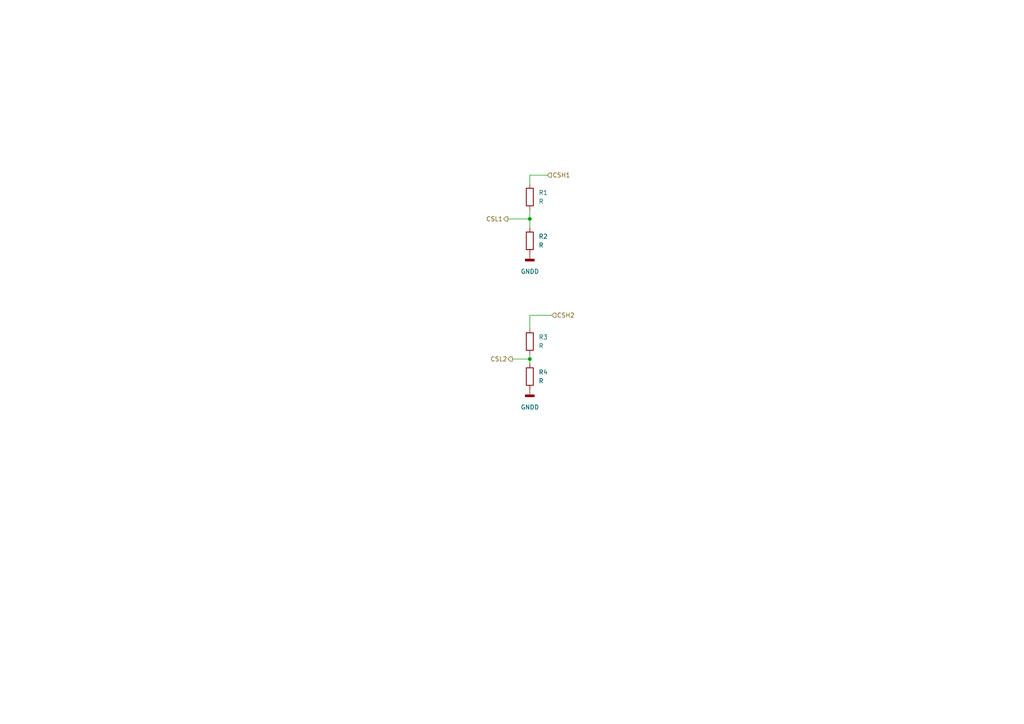
<source format=kicad_sch>
(kicad_sch (version 20211123) (generator eeschema)
  (paper "A4")
  (title_block (title "Arty Z7 IO Board") (date "2022-12-24") (rev "${VER}") (company "HiQ"))
  (lib_symbols
    (symbol "Device:R" (pin_numbers hide) (pin_names (offset 0))
      (property "Reference" "R" (at 2.032 0 90))
      (property "Value" "R" (at 0 0 90))
      (symbol "R_0_1"
        (rectangle (start -1.016 -2.54) (end 1.016 2.54) (stroke (width 0.254)))
      )
      (symbol "R_1_1"
        (pin passive line (at 0 3.81 270) (length 1.27) (name "~") (number "1"))
        (pin passive line (at 0 -3.81 90) (length 1.27) (name "~") (number "2"))
      )
    )
    (symbol "power:GNDD" (power) (pin_names (offset 0))
      (property "Value" "GNDD" (at 0 -3.175 0))
      (symbol "GNDD_0_1"
        (rectangle (start -1.27 -1.524) (end 1.27 -2.032) (stroke (width 0.254)) (fill (type outline)))
        (polyline (pts (xy 0 0) (xy 0 -1.524)))
      )
      (symbol "GNDD_1_1"
        (pin power_in line (at 0 0 270) (length 0) hide (name "GNDD") (number "1"))
      )
    )
  )
  (junction (at 153.67 63.5))
  (junction (at 153.67 104.14))
  (wire (pts (xy 153.67 91.44) (xy 153.67 95.25)))
  (wire (pts (xy 153.67 104.14) (xy 153.67 105.41)))
  (wire (pts (xy 153.67 50.8) (xy 158.75 50.8)))
  (wire (pts (xy 147.32 63.5) (xy 153.67 63.5)))
  (wire (pts (xy 153.67 53.34) (xy 153.67 50.8)))
  (wire (pts (xy 148.59 104.14) (xy 153.67 104.14)))
  (wire (pts (xy 160.02 91.44) (xy 153.67 91.44)))
  (wire (pts (xy 153.67 63.5) (xy 153.67 66.04)))
  (wire (pts (xy 153.67 102.87) (xy 153.67 104.14)))
  (wire (pts (xy 153.67 60.96) (xy 153.67 63.5)))
  (hierarchical_label "CSL1" (shape output) (at 147.32 63.5 180))
  (hierarchical_label "CSH1" (shape input) (at 158.75 50.8 0))
  (hierarchical_label "CSH2" (shape input) (at 160.02 91.44 0))
  (hierarchical_label "CSL2" (shape output) (at 148.59 104.14 180))
  (symbol (lib_id "Device:R") (at 153.67 99.06 0) (unit 1)
    (property "Reference" "R3" (at 156.21 97.7899 0) (effects (justify left)))
    (property "Value" "R" (at 156.21 100.3299 0) (effects (justify left)))
    (property "Footprint" "Resistor_THT:R_Axial_DIN0309_L9.0mm_D3.2mm_P15.24mm_Horizontal" (effects hide))
  )
  (symbol (lib_id "Device:R") (at 153.67 109.22 0) (unit 1)
    (property "Reference" "R4" (at 156.21 107.9499 0) (effects (justify left)))
    (property "Value" "R" (at 156.21 110.4899 0) (effects (justify left)))
    (property "Footprint" "Resistor_THT:R_Axial_DIN0309_L9.0mm_D3.2mm_P15.24mm_Horizontal" (effects hide))
  )
  (symbol (lib_id "power:GNDD") (at 153.67 73.66 0) (unit 1)
    (property "Reference" "#PWR052" (effects hide))
    (property "Value" "GNDD" (at 153.67 78.74 0))
  )
  (symbol (lib_id "Device:R") (at 153.67 57.15 0) (unit 1)
    (property "Reference" "R1" (at 156.21 55.8799 0) (effects (justify left)))
    (property "Value" "R" (at 156.21 58.4199 0) (effects (justify left)))
    (property "Footprint" "Resistor_THT:R_Axial_DIN0309_L9.0mm_D3.2mm_P15.24mm_Horizontal" (effects hide))
  )
  (symbol (lib_id "power:GNDD") (at 153.67 113.03 0) (unit 1)
    (property "Reference" "#PWR053" (effects hide))
    (property "Value" "GNDD" (at 153.67 118.11 0))
  )
  (symbol (lib_id "Device:R") (at 153.67 69.85 0) (unit 1)
    (property "Reference" "R2" (at 156.21 68.5799 0) (effects (justify left)))
    (property "Value" "R" (at 156.21 71.1199 0) (effects (justify left)))
    (property "Footprint" "Resistor_THT:R_Axial_DIN0309_L9.0mm_D3.2mm_P15.24mm_Horizontal" (effects hide))
  )
)
</source>
